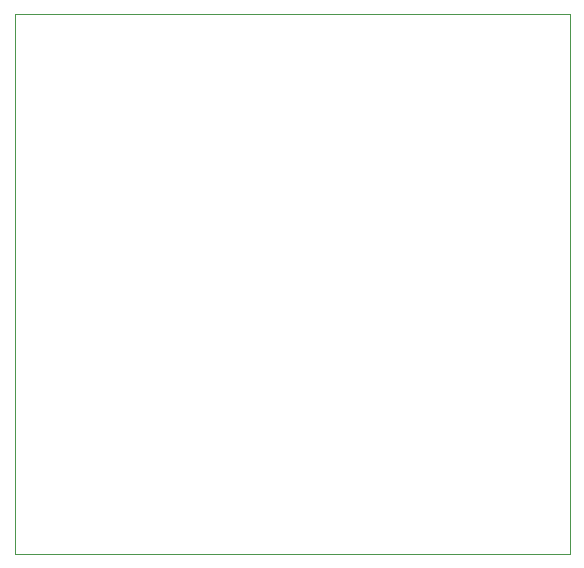
<source format=gm1>
G04 #@! TF.GenerationSoftware,KiCad,Pcbnew,6.0.8-f2edbf62ab~116~ubuntu22.04.1*
G04 #@! TF.CreationDate,2022-10-13T10:44:28+02:00*
G04 #@! TF.ProjectId,Floppy emulator with OSD,466c6f70-7079-4206-956d-756c61746f72,0.2*
G04 #@! TF.SameCoordinates,Original*
G04 #@! TF.FileFunction,Profile,NP*
%FSLAX46Y46*%
G04 Gerber Fmt 4.6, Leading zero omitted, Abs format (unit mm)*
G04 Created by KiCad (PCBNEW 6.0.8-f2edbf62ab~116~ubuntu22.04.1) date 2022-10-13 10:44:28*
%MOMM*%
%LPD*%
G01*
G04 APERTURE LIST*
G04 #@! TA.AperFunction,Profile*
%ADD10C,0.100000*%
G04 #@! TD*
G04 APERTURE END LIST*
D10*
X86995000Y-152400000D02*
X133985000Y-152400000D01*
X133985000Y-106680000D02*
X86995000Y-106680000D01*
X133985000Y-152400000D02*
X133985000Y-106680000D01*
X86995000Y-106680000D02*
X86995000Y-152400000D01*
M02*

</source>
